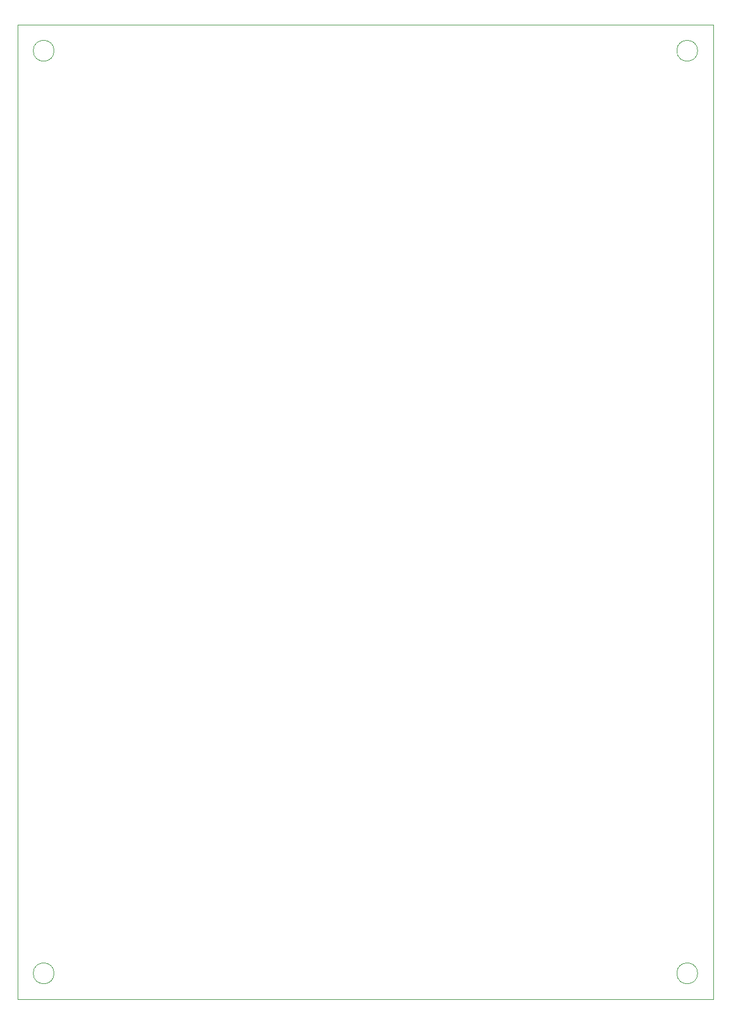
<source format=gbr>
G04 #@! TF.GenerationSoftware,KiCad,Pcbnew,9.0.3*
G04 #@! TF.CreationDate,2026-01-14T23:42:55-07:00*
G04 #@! TF.ProjectId,Wrectangle-V4,57726563-7461-46e6-976c-652d56342e6b,rev?*
G04 #@! TF.SameCoordinates,Original*
G04 #@! TF.FileFunction,Profile,NP*
%FSLAX46Y46*%
G04 Gerber Fmt 4.6, Leading zero omitted, Abs format (unit mm)*
G04 Created by KiCad (PCBNEW 9.0.3) date 2026-01-14 23:42:55*
%MOMM*%
%LPD*%
G01*
G04 APERTURE LIST*
G04 #@! TA.AperFunction,Profile*
%ADD10C,0.050000*%
G04 #@! TD*
G04 APERTURE END LIST*
D10*
X70000000Y-27750000D02*
G75*
G02*
X67000000Y-27750000I-1500000J0D01*
G01*
X67000000Y-27750000D02*
G75*
G02*
X70000000Y-27750000I1500000J0D01*
G01*
X162500000Y-160250000D02*
G75*
G02*
X159500000Y-160250000I-1500000J0D01*
G01*
X159500000Y-160250000D02*
G75*
G02*
X162500000Y-160250000I1500000J0D01*
G01*
X162500000Y-27750000D02*
G75*
G02*
X159500000Y-27750000I-1500000J0D01*
G01*
X159500000Y-27750000D02*
G75*
G02*
X162500000Y-27750000I1500000J0D01*
G01*
X70000000Y-160250000D02*
G75*
G02*
X67000000Y-160250000I-1500000J0D01*
G01*
X67000000Y-160250000D02*
G75*
G02*
X70000000Y-160250000I1500000J0D01*
G01*
X64750000Y-24000000D02*
X164750000Y-24000000D01*
X164750000Y-164000000D01*
X64750000Y-164000000D01*
X64750000Y-24000000D01*
M02*

</source>
